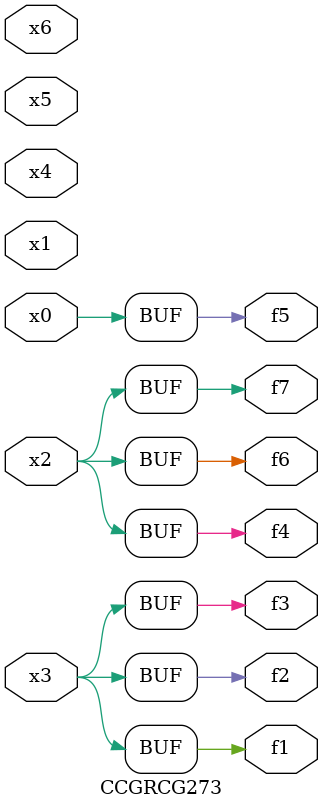
<source format=v>
module CCGRCG273(
	input x0, x1, x2, x3, x4, x5, x6,
	output f1, f2, f3, f4, f5, f6, f7
);
	assign f1 = x3;
	assign f2 = x3;
	assign f3 = x3;
	assign f4 = x2;
	assign f5 = x0;
	assign f6 = x2;
	assign f7 = x2;
endmodule

</source>
